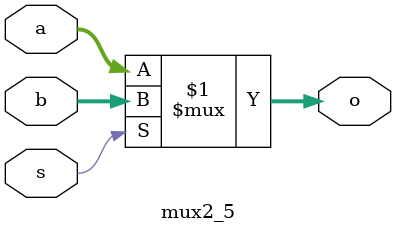
<source format=sv>
`timescale 1ns / 1ps


module mux2_5(
    input logic s,
    input logic [4:0] a,b,
    output logic [4:0] o
    );
    
    assign o = s ? b : a;
    
endmodule

</source>
